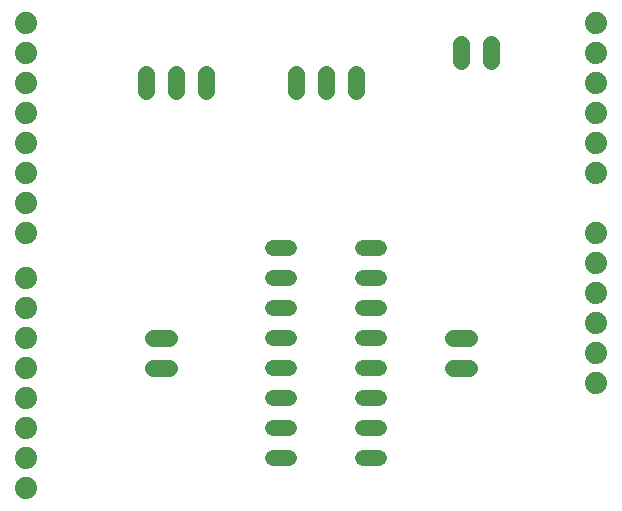
<source format=gtl>
G75*
G70*
%OFA0B0*%
%FSLAX24Y24*%
%IPPOS*%
%LPD*%
%AMOC8*
5,1,8,0,0,1.08239X$1,22.5*
%
%ADD10C,0.0740*%
%ADD11C,0.0520*%
%ADD12C,0.0560*%
D10*
X001500Y012252D03*
X001500Y013252D03*
X001500Y014252D03*
X001500Y015252D03*
X001500Y016252D03*
X001500Y017252D03*
X001500Y018252D03*
X001500Y019252D03*
X001500Y020752D03*
X001500Y021752D03*
X001500Y022752D03*
X001500Y023752D03*
X001500Y024752D03*
X001500Y025752D03*
X001500Y026752D03*
X001500Y027752D03*
X020500Y027752D03*
X020500Y026752D03*
X020500Y025752D03*
X020500Y024752D03*
X020500Y023752D03*
X020500Y022752D03*
X020500Y020752D03*
X020500Y019752D03*
X020500Y018752D03*
X020500Y017752D03*
X020500Y016752D03*
X020500Y015752D03*
D11*
X013260Y015252D02*
X012740Y015252D01*
X012740Y016252D02*
X013260Y016252D01*
X013260Y017252D02*
X012740Y017252D01*
X012740Y018252D02*
X013260Y018252D01*
X013260Y019252D02*
X012740Y019252D01*
X012740Y020252D02*
X013260Y020252D01*
X010260Y020252D02*
X009740Y020252D01*
X009740Y019252D02*
X010260Y019252D01*
X010260Y018252D02*
X009740Y018252D01*
X009740Y017252D02*
X010260Y017252D01*
X010260Y016252D02*
X009740Y016252D01*
X009740Y015252D02*
X010260Y015252D01*
X010260Y014252D02*
X009740Y014252D01*
X009740Y013252D02*
X010260Y013252D01*
X012740Y013252D02*
X013260Y013252D01*
X013260Y014252D02*
X012740Y014252D01*
D12*
X015720Y016252D02*
X016280Y016252D01*
X016280Y017252D02*
X015720Y017252D01*
X012500Y025472D02*
X012500Y026032D01*
X011500Y026032D02*
X011500Y025472D01*
X010500Y025472D02*
X010500Y026032D01*
X007500Y026032D02*
X007500Y025472D01*
X006500Y025472D02*
X006500Y026032D01*
X005500Y026032D02*
X005500Y025472D01*
X005720Y017252D02*
X006280Y017252D01*
X006280Y016252D02*
X005720Y016252D01*
X016000Y026472D02*
X016000Y027032D01*
X017000Y027032D02*
X017000Y026472D01*
M02*

</source>
